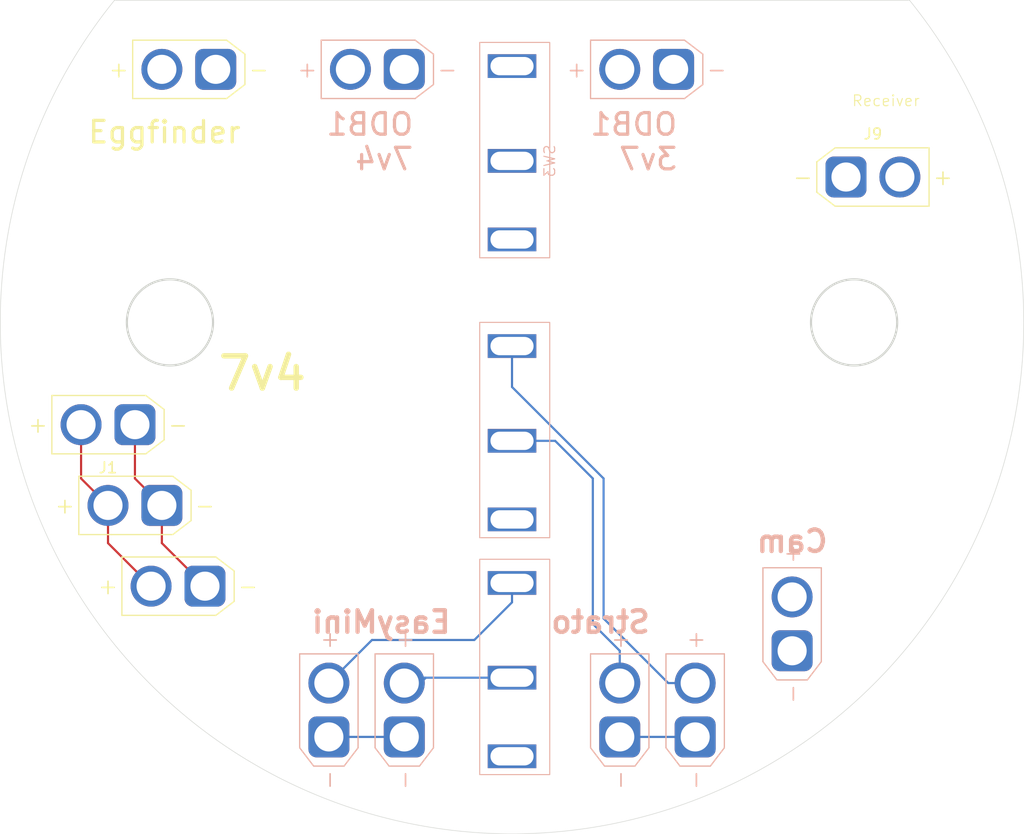
<source format=kicad_pcb>
(kicad_pcb (version 20240108) (generator "pcbnew") (generator_version "8.0")
  (layers (0 "F.Cu" signal) (31 "B.Cu" signal) (34 "B.Paste" user) (35 "F.Paste" user) (36 "B.SilkS" user "B.Silkscreen") (37 "F.SilkS" user "F.Silkscreen") (38 "B.Mask" user) (39 "F.Mask" user) (44 "Edge.Cuts" user))
  (net 0 "")
  (net 1 "V-")
  (net 2 "Net-(J1-Pin_2)")
  (net 3 "Net-(J4-Pin_2)")
  (net 4 "Net-(J4-Pin_1)")
  (net 5 "Net-(J6-Pin_1)")
  (net 6 "Net-(J6-Pin_2)")
  (net 7 "V+")
  (net 9 "Net-(J5-Pin_2)")
  (net 10 "Net-(J7-Pin_2)")
  (footprint "Connector_AMASS:AMASS_XT30U-M_1x02_P5.0mm_Vertical" (layer "F.Cu") (at 181 86.5)
    (property "Reference" "J9" (at 2.5 -4 0) (layer "F.SilkS"))
    (property "Value" "Screw_Terminal_01x02" (hide yes))
    (fp_line (start -2.71 -1.41) (end -2.71 1.41) (stroke (width 0.12)) (layer "F.SilkS"))
    (fp_line (start -2.71 -1.41) (end -1.01 -2.71) (stroke (width 0.12)) (layer "F.SilkS"))
    (fp_line (start -2.71 1.41) (end -1.01 2.71) (stroke (width 0.12)) (layer "F.SilkS"))
    (fp_line (start -1.01 -2.71) (end 7.71 -2.71) (stroke (width 0.12)) (layer "F.SilkS"))
    (fp_line (start -1.01 2.71) (end 7.71 2.71) (stroke (width 0.12)) (layer "F.SilkS"))
    (fp_line (start 7.71 -2.71) (end 7.71 2.71) (stroke (width 0.12)) (layer "F.SilkS"))
    (fp_text user "-" (at -4 0 0) (layer "F.SilkS") (effects (font (size 1.5 1.5))))
    (fp_text user "+" (at 9 0 0) (layer "F.SilkS") (effects (font (size 1.5 1.5))))
    (pad "1" thru_hole roundrect (at 0 0) (size 3.8 3.8) (drill 2.7) (layers "*.Cu" "*.Mask") (roundrect_rratio 0.2) (net 7 "V+"))
    (pad "2" thru_hole circle (at 5 0) (size 3.8 3.8) (drill 2.7) (layers "*.Cu" "*.Mask") (net 1 "V-"))
  )
  (footprint "Connector_AMASS:AMASS_XT30U-M_1x02_P5.0mm_Vertical" (layer "F.Cu") (at 121.5 124.5 180)
    (property "Reference" "J3" (hide yes))
    (property "Value" "Screw_Terminal_01x02" (hide yes))
    (fp_line (start 7.71 -2.71) (end 7.71 2.71) (stroke (width 0.12)) (layer "F.SilkS"))
    (fp_line (start -1.01 2.71) (end 7.71 2.71) (stroke (width 0.12)) (layer "F.SilkS"))
    (fp_line (start -1.01 -2.71) (end 7.71 -2.71) (stroke (width 0.12)) (layer "F.SilkS"))
    (fp_line (start -2.71 1.41) (end -1.01 2.71) (stroke (width 0.12)) (layer "F.SilkS"))
    (fp_line (start -2.71 -1.41) (end -1.01 -2.71) (stroke (width 0.12)) (layer "F.SilkS"))
    (fp_line (start -2.71 -1.41) (end -2.71 1.41) (stroke (width 0.12)) (layer "F.SilkS"))
    (fp_text user "-" (at -4 0 360) (layer "F.SilkS") (effects (font (size 1.5 1.5))))
    (fp_text user "+" (at 9 0 360) (layer "F.SilkS") (effects (font (size 1.5 1.5))))
    (pad "1" thru_hole roundrect (at 0 0 180) (size 3.8 3.8) (drill 2.7) (layers "*.Cu" "*.Mask") (roundrect_rratio 0.2) (net 1 "V-"))
    (pad "2" thru_hole circle (at 5 0 180) (size 3.8 3.8) (drill 2.7) (layers "*.Cu" "*.Mask") (net 2 "Net-(J1-Pin_2)"))
  )
  (footprint "Connector_AMASS:AMASS_XT30U-M_1x02_P5.0mm_Vertical" (layer "F.Cu") (at 117.5 117 180)
    (property "Reference" "J2" (hide yes))
    (property "Value" "Screw_Terminal_01x02" (hide yes))
    (fp_line (start 7.71 -2.71) (end 7.71 2.71) (stroke (width 0.12)) (layer "F.SilkS"))
    (fp_line (start -1.01 2.71) (end 7.71 2.71) (stroke (width 0.12)) (layer "F.SilkS"))
    (fp_line (start -1.01 -2.71) (end 7.71 -2.71) (stroke (width 0.12)) (layer "F.SilkS"))
    (fp_line (start -2.71 1.41) (end -1.01 2.71) (stroke (width 0.12)) (layer "F.SilkS"))
    (fp_line (start -2.71 -1.41) (end -1.01 -2.71) (stroke (width 0.12)) (layer "F.SilkS"))
    (fp_line (start -2.71 -1.41) (end -2.71 1.41) (stroke (width 0.12)) (layer "F.SilkS"))
    (fp_text user "-" (at -4 0 360) (layer "F.SilkS") (effects (font (size 1.5 1.5))))
    (fp_text user "+" (at 9 0 360) (layer "F.SilkS") (effects (font (size 1.5 1.5))))
    (pad "1" thru_hole roundrect (at 0 0 180) (size 3.8 3.8) (drill 2.7) (layers "*.Cu" "*.Mask") (roundrect_rratio 0.2) (net 1 "V-"))
    (pad "2" thru_hole circle (at 5 0 180) (size 3.8 3.8) (drill 2.7) (layers "*.Cu" "*.Mask") (net 2 "Net-(J1-Pin_2)"))
  )
  (footprint "Connector_AMASS:AMASS_XT30U-M_1x02_P5.0mm_Vertical" (layer "F.Cu") (at 122.5 76.5 180)
    (property "Reference" "J10" (hide yes))
    (property "Value" "Screw_Terminal_01x02" (hide yes))
    (fp_line (start 7.71 -2.71) (end 7.71 2.71) (stroke (width 0.12)) (layer "F.SilkS"))
    (fp_line (start -1.01 2.71) (end 7.71 2.71) (stroke (width 0.12)) (layer "F.SilkS"))
    (fp_line (start -1.01 -2.71) (end 7.71 -2.71) (stroke (width 0.12)) (layer "F.SilkS"))
    (fp_line (start -2.71 1.41) (end -1.01 2.71) (stroke (width 0.12)) (layer "F.SilkS"))
    (fp_line (start -2.71 -1.41) (end -1.01 -2.71) (stroke (width 0.12)) (layer "F.SilkS"))
    (fp_line (start -2.71 -1.41) (end -2.71 1.41) (stroke (width 0.12)) (layer "F.SilkS"))
    (fp_text user "+" (at 9 0 360) (layer "F.SilkS") (effects (font (size 1.5 1.5))))
    (fp_text user "-" (at -4 0 360) (layer "F.SilkS") (effects (font (size 1.5 1.5))))
    (pad "1" thru_hole roundrect (at 0 0 180) (size 3.8 3.8) (drill 2.7) (layers "*.Cu" "*.Mask") (roundrect_rratio 0.2) (net 7 "V+"))
    (pad "2" thru_hole circle (at 5 0 180) (size 3.8 3.8) (drill 2.7) (layers "*.Cu" "*.Mask") (net 1 "V-"))
  )
  (footprint "Connector_AMASS:AMASS_XT30U-M_1x02_P5.0mm_Vertical" (layer "F.Cu") (at 115 109.5 180)
    (property "Reference" "J1" (at 2.5 -4 360) (layer "F.SilkS"))
    (property "Value" "Screw_Terminal_01x02" (hide yes))
    (fp_line (start 7.71 -2.71) (end 7.71 2.71) (stroke (width 0.12)) (layer "F.SilkS"))
    (fp_line (start -1.01 2.71) (end 7.71 2.71) (stroke (width 0.12)) (layer "F.SilkS"))
    (fp_line (start -1.01 -2.71) (end 7.71 -2.71) (stroke (width 0.12)) (layer "F.SilkS"))
    (fp_line (start -2.71 1.41) (end -1.01 2.71) (stroke (width 0.12)) (layer "F.SilkS"))
    (fp_line (start -2.71 -1.41) (end -1.01 -2.71) (stroke (width 0.12)) (layer "F.SilkS"))
    (fp_line (start -2.71 -1.41) (end -2.71 1.41) (stroke (width 0.12)) (layer "F.SilkS"))
    (fp_text user "+" (at 9 0 360) (layer "F.SilkS") (effects (font (size 1.5 1.5))))
    (fp_text user "-" (at -4 0 360) (layer "F.SilkS") (effects (font (size 1.5 1.5))))
    (pad "1" thru_hole roundrect (at 0 0 180) (size 3.8 3.8) (drill 2.7) (layers "*.Cu" "*.Mask") (roundrect_rratio 0.2) (net 1 "V-"))
    (pad "2" thru_hole circle (at 5 0 180) (size 3.8 3.8) (drill 2.7) (layers "*.Cu" "*.Mask") (net 2 "Net-(J1-Pin_2)"))
  )
  (footprint "Library:Omrun_SS-01GL13" (layer "B.Cu") (at 150 133 -90)
    (property "Reference" "SW2" (hide yes))
    (property "Value" "SW_DPDT_x2" (hide yes))
    (fp_rect (start -11 3) (end 9 -3.5) (stroke (width 0.1)) (fill none) (layer "B.SilkS"))
    (pad "1" thru_hole rect (at -8.8 0 270) (size 2.2 4.5) (drill oval 1.7 4) (layers "*.Cu" "*.Mask") (net 9 "Net-(J5-Pin_2)"))
    (pad "2" thru_hole rect (at 0 0 270) (size 2.2 4.5) (drill oval 1.7 4) (layers "*.Cu" "*.Mask") (net 3 "Net-(J4-Pin_2)"))
    (pad "3" thru_hole rect (at 7.3 0 270) (size 2.2 4.5) (drill oval 1.7 4) (layers "*.Cu" "*.Mask"))
  )
  (footprint "Connector_AMASS:AMASS_XT30U-M_1x02_P5.0mm_Vertical" (layer "B.Cu") (at 140 138.5 90)
    (property "Reference" "J4" (hide yes))
    (property "Value" "Screw_Terminal_01x02" (hide yes))
    (fp_line (start 7.71 -2.71) (end -1.01 -2.71) (stroke (width 0.12)) (layer "B.SilkS"))
    (fp_line (start 7.71 -2.71) (end 7.71 2.71) (stroke (width 0.12)) (layer "B.SilkS"))
    (fp_line (start -1.01 -2.71) (end -2.71 -1.41) (stroke (width 0.12)) (layer "B.SilkS"))
    (fp_line (start -2.71 -1.41) (end -2.71 1.41) (stroke (width 0.12)) (layer "B.SilkS"))
    (fp_line (start 7.71 2.71) (end -1.01 2.71) (stroke (width 0.12)) (layer "B.SilkS"))
    (fp_line (start -1.01 2.71) (end -2.71 1.41) (stroke (width 0.12)) (layer "B.SilkS"))
    (fp_text user "+" (at 9 0 90) (layer "B.SilkS") (effects (font (size 1.5 1.5)) (justify mirror)))
    (fp_text user "-" (at -4 0 90) (layer "B.SilkS") (effects (font (size 1.5 1.5)) (justify mirror)))
    (pad "1" thru_hole roundrect (at 0 0 90) (size 3.8 3.8) (drill 2.7) (layers "*.Cu" "*.Mask") (roundrect_rratio 0.2) (net 4 "Net-(J4-Pin_1)"))
    (pad "2" thru_hole circle (at 5 0 90) (size 3.8 3.8) (drill 2.7) (layers "*.Cu" "*.Mask") (net 3 "Net-(J4-Pin_2)"))
  )
  (footprint "Connector_AMASS:AMASS_XT30U-M_1x02_P5.0mm_Vertical" (layer "B.Cu") (at 133 138.5 90)
    (property "Reference" "J5" (hide yes))
    (property "Value" "Screw_Terminal_01x02" (hide yes))
    (fp_line (start 7.71 -2.71) (end -1.01 -2.71) (stroke (width 0.12)) (layer "B.SilkS"))
    (fp_line (start 7.71 -2.71) (end 7.71 2.71) (stroke (width 0.12)) (layer "B.SilkS"))
    (fp_line (start -1.01 -2.71) (end -2.71 -1.41) (stroke (width 0.12)) (layer "B.SilkS"))
    (fp_line (start -2.71 -1.41) (end -2.71 1.41) (stroke (width 0.12)) (layer "B.SilkS"))
    (fp_line (start 7.71 2.71) (end -1.01 2.71) (stroke (width 0.12)) (layer "B.SilkS"))
    (fp_line (start -1.01 2.71) (end -2.71 1.41) (stroke (width 0.12)) (layer "B.SilkS"))
    (fp_text user "+" (at 9 0 90) (layer "B.SilkS") (effects (font (size 1.5 1.5)) (justify mirror)))
    (fp_text user "-" (at -4 0 90) (layer "B.SilkS") (effects (font (size 1.5 1.5)) (justify mirror)))
    (pad "1" thru_hole roundrect (at 0 0 90) (size 3.8 3.8) (drill 2.7) (layers "*.Cu" "*.Mask") (roundrect_rratio 0.2) (net 4 "Net-(J4-Pin_1)"))
    (pad "2" thru_hole circle (at 5 0 90) (size 3.8 3.8) (drill 2.7) (layers "*.Cu" "*.Mask") (net 9 "Net-(J5-Pin_2)"))
  )
  (footprint "Connector_AMASS:AMASS_XT30U-M_1x02_P5.0mm_Vertical" (layer "B.Cu") (at 140 76.5 180)
    (property "Reference" "J11" (hide yes))
    (property "Value" "Screw_Terminal_01x02" (hide yes))
    (fp_line (start 7.71 2.71) (end -1.01 2.71) (stroke (width 0.12)) (layer "B.SilkS"))
    (fp_line (start 7.71 -2.71) (end 7.71 2.71) (stroke (width 0.12)) (layer "B.SilkS"))
    (fp_line (start 7.71 -2.71) (end -1.01 -2.71) (stroke (width 0.12)) (layer "B.SilkS"))
    (fp_line (start -1.01 2.71) (end -2.71 1.41) (stroke (width 0.12)) (layer "B.SilkS"))
    (fp_line (start -1.01 -2.71) (end -2.71 -1.41) (stroke (width 0.12)) (layer "B.SilkS"))
    (fp_line (start -2.71 -1.41) (end -2.71 1.41) (stroke (width 0.12)) (layer "B.SilkS"))
    (fp_text user "+" (at 9 0 360) (layer "B.SilkS") (effects (font (size 1.5 1.5)) (justify mirror)))
    (fp_text user "-" (at -4 0 360) (layer "B.SilkS") (effects (font (size 1.5 1.5)) (justify mirror)))
    (pad "1" thru_hole roundrect (at 0 0 180) (size 3.8 3.8) (drill 2.7) (layers "*.Cu" "*.Mask") (roundrect_rratio 0.2) (net 7 "V+"))
    (pad "2" thru_hole circle (at 5 0 180) (size 3.8 3.8) (drill 2.7) (layers "*.Cu" "*.Mask") (net 1 "V-"))
  )
  (footprint "Connector_AMASS:AMASS_XT30U-M_1x02_P5.0mm_Vertical" (layer "B.Cu") (at 167 138.5 90)
    (property "Reference" "J7" (hide yes))
    (property "Value" "Screw_Terminal_01x02" (hide yes))
    (fp_line (start 7.71 -2.71) (end -1.01 -2.71) (stroke (width 0.12)) (layer "B.SilkS"))
    (fp_line (start 7.71 -2.71) (end 7.71 2.71) (stroke (width 0.12)) (layer "B.SilkS"))
    (fp_line (start -1.01 -2.71) (end -2.71 -1.41) (stroke (width 0.12)) (layer "B.SilkS"))
    (fp_line (start -2.71 -1.41) (end -2.71 1.41) (stroke (width 0.12)) (layer "B.SilkS"))
    (fp_line (start 7.71 2.71) (end -1.01 2.71) (stroke (width 0.12)) (layer "B.SilkS"))
    (fp_line (start -1.01 2.71) (end -2.71 1.41) (stroke (width 0.12)) (layer "B.SilkS"))
    (fp_text user "+" (at 9 0 90) (layer "B.SilkS") (effects (font (size 1.5 1.5)) (justify mirror)))
    (fp_text user "-" (at -4 0 90) (layer "B.SilkS") (effects (font (size 1.5 1.5)) (justify mirror)))
    (pad "1" thru_hole roundrect (at 0 0 90) (size 3.8 3.8) (drill 2.7) (layers "*.Cu" "*.Mask") (roundrect_rratio 0.2) (net 5 "Net-(J6-Pin_1)"))
    (pad "2" thru_hole circle (at 5 0 90) (size 3.8 3.8) (drill 2.7) (layers "*.Cu" "*.Mask") (net 10 "Net-(J7-Pin_2)"))
  )
  (footprint "Connector_AMASS:AMASS_XT30U-M_1x02_P5.0mm_Vertical" (layer "B.Cu") (at 160 138.5 90)
    (property "Reference" "J6" (hide yes))
    (property "Value" "Screw_Terminal_01x02" (hide yes))
    (fp_line (start 7.71 -2.71) (end -1.01 -2.71) (stroke (width 0.12)) (layer "B.SilkS"))
    (fp_line (start 7.71 -2.71) (end 7.71 2.71) (stroke (width 0.12)) (layer "B.SilkS"))
    (fp_line (start -1.01 -2.71) (end -2.71 -1.41) (stroke (width 0.12)) (layer "B.SilkS"))
    (fp_line (start -2.71 -1.41) (end -2.71 1.41) (stroke (width 0.12)) (layer "B.SilkS"))
    (fp_line (start 7.71 2.71) (end -1.01 2.71) (stroke (width 0.12)) (layer "B.SilkS"))
    (fp_line (start -1.01 2.71) (end -2.71 1.41) (stroke (width 0.12)) (layer "B.SilkS"))
    (fp_text user "+" (at 9 0 90) (layer "B.SilkS") (effects (font (size 1.5 1.5)) (justify mirror)))
    (fp_text user "-" (at -4 0 90) (layer "B.SilkS") (effects (font (size 1.5 1.5)) (justify mirror)))
    (pad "1" thru_hole roundrect (at 0 0 90) (size 3.8 3.8) (drill 2.7) (layers "*.Cu" "*.Mask") (roundrect_rratio 0.2) (net 5 "Net-(J6-Pin_1)"))
    (pad "2" thru_hole circle (at 5 0 90) (size 3.8 3.8) (drill 2.7) (layers "*.Cu" "*.Mask") (net 6 "Net-(J6-Pin_2)"))
  )
  (footprint "Library:Omrun_SS-01GL13" (layer "B.Cu") (at 150 111 -90)
    (property "Reference" "SW1" (hide yes))
    (property "Value" "SW_DPDT_x2" (hide yes))
    (fp_rect (start -11 3) (end 9 -3.5) (stroke (width 0.1)) (fill none) (layer "B.SilkS"))
    (pad "1" thru_hole rect (at -8.8 0 270) (size 2.2 4.5) (drill oval 1.7 4) (layers "*.Cu" "*.Mask") (net 10 "Net-(J7-Pin_2)"))
    (pad "2" thru_hole rect (at 0 0 270) (size 2.2 4.5) (drill oval 1.7 4) (layers "*.Cu" "*.Mask") (net 6 "Net-(J6-Pin_2)"))
    (pad "3" thru_hole rect (at 7.3 0 270) (size 2.2 4.5) (drill oval 1.7 4) (layers "*.Cu" "*.Mask"))
  )
  (footprint "Library:Omrun_SS-01GL13" (layer "B.Cu") (at 150 85 -90)
    (property "Reference" "SW3" (at 0 -3.5 90) (layer "B.SilkS") (effects (font (thickness 0.1)) (justify mirror)))
    (property "Value" "SW_DPDT_x2" (hide yes))
    (fp_rect (start -11 3) (end 9 -3.5) (stroke (width 0.1)) (fill none) (layer "B.SilkS"))
    (pad "1" thru_hole rect (at -8.8 0 270) (size 2.2 4.5) (drill oval 1.7 4) (layers "*.Cu" "*.Mask"))
    (pad "2" thru_hole rect (at 0 0 270) (size 2.2 4.5) (drill oval 1.7 4) (layers "*.Cu" "*.Mask") (net 2 "Net-(J1-Pin_2)"))
    (pad "3" thru_hole rect (at 7.3 0 270) (size 2.2 4.5) (drill oval 1.7 4) (layers "*.Cu" "*.Mask") (net 7 "V+"))
  )
  (footprint "Connector_AMASS:AMASS_XT30U-M_1x02_P5.0mm_Vertical" (layer "B.Cu") (at 176 130.5 90)
    (property "Reference" "J8" (hide yes))
    (property "Value" "Screw_Terminal_01x02" (hide yes))
    (fp_line (start 7.71 -2.71) (end -1.01 -2.71) (stroke (width 0.12)) (layer "B.SilkS"))
    (fp_line (start 7.71 -2.71) (end 7.71 2.71) (stroke (width 0.12)) (layer "B.SilkS"))
    (fp_line (start -1.01 -2.71) (end -2.71 -1.41) (stroke (width 0.12)) (layer "B.SilkS"))
    (fp_line (start -2.71 -1.41) (end -2.71 1.41) (stroke (width 0.12)) (layer "B.SilkS"))
    (fp_line (start 7.71 2.71) (end -1.01 2.71) (stroke (width 0.12)) (layer "B.SilkS"))
    (fp_line (start -1.01 2.71) (end -2.71 1.41) (stroke (width 0.12)) (layer "B.SilkS"))
    (fp_text user "-" (at -4 0 90) (layer "B.SilkS") (effects (font (size 1.5 1.5)) (justify mirror)))
    (fp_text user "+" (at 9 0 90) (layer "B.SilkS") (effects (font (size 1.5 1.5)) (justify mirror)))
    (pad "1" thru_hole roundrect (at 0 0 90) (size 3.8 3.8) (drill 2.7) (layers "*.Cu" "*.Mask") (roundrect_rratio 0.2) (net 7 "V+"))
    (pad "2" thru_hole circle (at 5 0 90) (size 3.8 3.8) (drill 2.7) (layers "*.Cu" "*.Mask") (net 1 "V-"))
  )
  (footprint "Connector_AMASS:AMASS_XT30U-M_1x02_P5.0mm_Vertical" (layer "B.Cu") (at 165 76.5 180)
    (property "Reference" "J12" (hide yes))
    (property "Value" "Screw_Terminal_01x02" (hide yes))
    (fp_line (start 7.71 2.71) (end -1.01 2.71) (stroke (width 0.12)) (layer "B.SilkS"))
    (fp_line (start 7.71 -2.71) (end 7.71 2.71) (stroke (width 0.12)) (layer "B.SilkS"))
    (fp_line (start 7.71 -2.71) (end -1.01 -2.71) (stroke (width 0.12)) (layer "B.SilkS"))
    (fp_line (start -1.01 2.71) (end -2.71 1.41) (stroke (width 0.12)) (layer "B.SilkS"))
    (fp_line (start -1.01 -2.71) (end -2.71 -1.41) (stroke (width 0.12)) (layer "B.SilkS"))
    (fp_line (start -2.71 -1.41) (end -2.71 1.41) (stroke (width 0.12)) (layer "B.SilkS"))
    (fp_text user "+" (at 9 0 360) (layer "B.SilkS") (effects (font (size 1.5 1.5)) (justify mirror)))
    (fp_text user "-" (at -4 0 360) (layer "B.SilkS") (effects (font (size 1.5 1.5)) (justify mirror)))
    (pad "1" thru_hole roundrect (at 0 0 180) (size 3.8 3.8) (drill 2.7) (layers "*.Cu" "*.Mask") (roundrect_rratio 0.2))
    (pad "2" thru_hole circle (at 5 0 180) (size 3.8 3.8) (drill 2.7) (layers "*.Cu" "*.Mask") (net 1 "V-"))
  )
  (gr_line (start 186.895898 70.084407) (end 113.104102 70.084407) (stroke (width 0.05)) (layer "Edge.Cuts"))
  (gr_arc (start 186.895898 70.084407) (mid 194.770555 84.130299) (end 197.5 100) (stroke (width 0.05)) (layer "Edge.Cuts"))
  (gr_circle (center 118.25 100) (end 122.25 100) (stroke (width 0.2)) (fill none) (layer "Edge.Cuts"))
  (gr_circle (center 181.75 100) (end 185.75 100) (stroke (width 0.2)) (fill none) (layer "Edge.Cuts"))
  (gr_arc (start 197.5 100) (mid 150 147.5) (end 102.5 100) (stroke (width 0.05)) (layer "Edge.Cuts"))
  (gr_arc (start 102.5 100) (mid 105.229445 84.130299) (end 113.104102 70.084407) (stroke (width 0.05)) (layer "Edge.Cuts"))
  (gr_text "ODB1\n3v7\n" (at 165.5 86 0) (layer "B.SilkS") (effects (font (size 2 2) (thickness 0.3) (bold yes)) (justify left bottom mirror)))
  (gr_text "ODB1\n7v4" (at 141 86 0) (layer "B.SilkS") (effects (font (size 2 2) (thickness 0.3) (bold yes)) (justify left bottom mirror)))
  (gr_text "Strato" (at 163 129 0) (layer "B.SilkS") (effects (font (size 2 2) (thickness 0.4) (bold yes)) (justify left bottom mirror)))
  (gr_text "EasyMini" (at 144.5 129 0) (layer "B.SilkS") (effects (font (size 2 2) (thickness 0.4) (bold yes)) (justify left bottom mirror)))
  (gr_text "Cam" (at 179.5 121.5 0) (layer "B.SilkS") (effects (font (size 2 2) (thickness 0.4) (bold yes)) (justify left bottom mirror)))
  (gr_text "7v4" (at 122.5 106.5 0) (layer "F.SilkS") (effects (font (size 3 3) (thickness 0.5) (bold yes)) (justify left bottom)))
  (gr_text "Eggfinder" (at 110.5 83.5 0) (layer "F.SilkS") (effects (font (size 2 2) (thickness 0.3) (bold yes)) (justify left bottom)))
  (gr_text "Receiver" (at 181.5 80 0) (layer "F.SilkS") (effects (font (size 1 1) (thickness 0.1)) (justify left bottom)))
  (segment (start 117.5 117) (end 117.5 120.5) (width 0.2) (layer "F.Cu") (net 1))
  (segment (start 117.5 120.5) (end 121.5 124.5) (width 0.2) (layer "F.Cu") (net 1))
  (segment (start 115 109.5) (end 115 114.5) (width 0.2) (layer "F.Cu") (net 1))
  (segment (start 115 114.5) (end 117.5 117) (width 0.2) (layer "F.Cu") (net 1))
  (segment (start 110 114.5) (end 112.5 117) (width 0.2) (layer "F.Cu") (net 2))
  (segment (start 112.5 120.5) (end 116.5 124.5) (width 0.2) (layer "F.Cu") (net 2))
  (segment (start 112.5 117) (end 112.5 120.5) (width 0.2) (layer "F.Cu") (net 2))
  (segment (start 110 109.5) (end 110 114.5) (width 0.2) (layer "F.Cu") (net 2))
  (segment (start 142 133) (end 141.5 133.5) (width 0.2) (layer "B.Cu") (net 3))
  (segment (start 142 133) (end 140.5 133) (width 0.2) (layer "B.Cu") (net 3))
  (segment (start 150 133) (end 142 133) (width 0.2) (layer "B.Cu") (net 3))
  (segment (start 140.5 133) (end 140 133.5) (width 0.2) (layer "B.Cu") (net 3))
  (segment (start 133 138.5) (end 140 138.5) (width 0.2) (layer "B.Cu") (net 4))
  (segment (start 160 138.5) (end 167 138.5) (width 0.2) (layer "B.Cu") (net 5))
  (segment (start 157.5 128) (end 160 130.5) (width 0.2) (layer "B.Cu") (net 6))
  (segment (start 154 111) (end 157.5 114.5) (width 0.2) (layer "B.Cu") (net 6))
  (segment (start 160 130.5) (end 160 133.5) (width 0.2) (layer "B.Cu") (net 6))
  (segment (start 157.5 114.5) (end 157.5 128) (width 0.2) (layer "B.Cu") (net 6))
  (segment (start 150 111) (end 154 111) (width 0.2) (layer "B.Cu") (net 6))
  (segment (start 146.5 129.5) (end 150 126) (width 0.2) (layer "B.Cu") (net 9))
  (segment (start 133 133.5) (end 137 129.5) (width 0.2) (layer "B.Cu") (net 9))
  (segment (start 137 129.5) (end 146.5 129.5) (width 0.2) (layer "B.Cu") (net 9))
  (segment (start 150 126) (end 150 124.2) (width 0.2) (layer "B.Cu") (net 9))
  (segment (start 158.5 114.5) (end 150 106) (width 0.2) (layer "B.Cu") (net 10))
  (segment (start 150 106) (end 150 102.2) (width 0.2) (layer "B.Cu") (net 10))
  (segment (start 158.5 127.5) (end 158.5 114.5) (width 0.2) (layer "B.Cu") (net 10))
  (segment (start 164.5 133.5) (end 167 133.5) (width 0.2) (layer "B.Cu") (net 10))
  (segment (start 164.5 133.5) (end 158.5 127.5) (width 0.2) (layer "B.Cu") (net 10))
)
</source>
